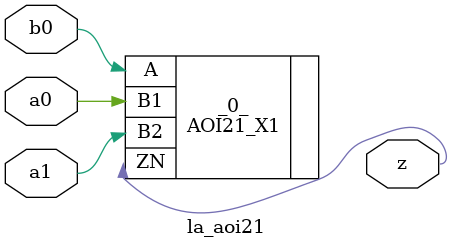
<source format=v>
/* Generated by Yosys 0.37 (git sha1 a5c7f69ed, clang 14.0.0-1ubuntu1.1 -fPIC -Os) */

module la_aoi21(a0, a1, b0, z);
  input a0;
  wire a0;
  input a1;
  wire a1;
  input b0;
  wire b0;
  output z;
  wire z;
  AOI21_X1 _0_ (
    .A(b0),
    .B1(a0),
    .B2(a1),
    .ZN(z)
  );
endmodule

</source>
